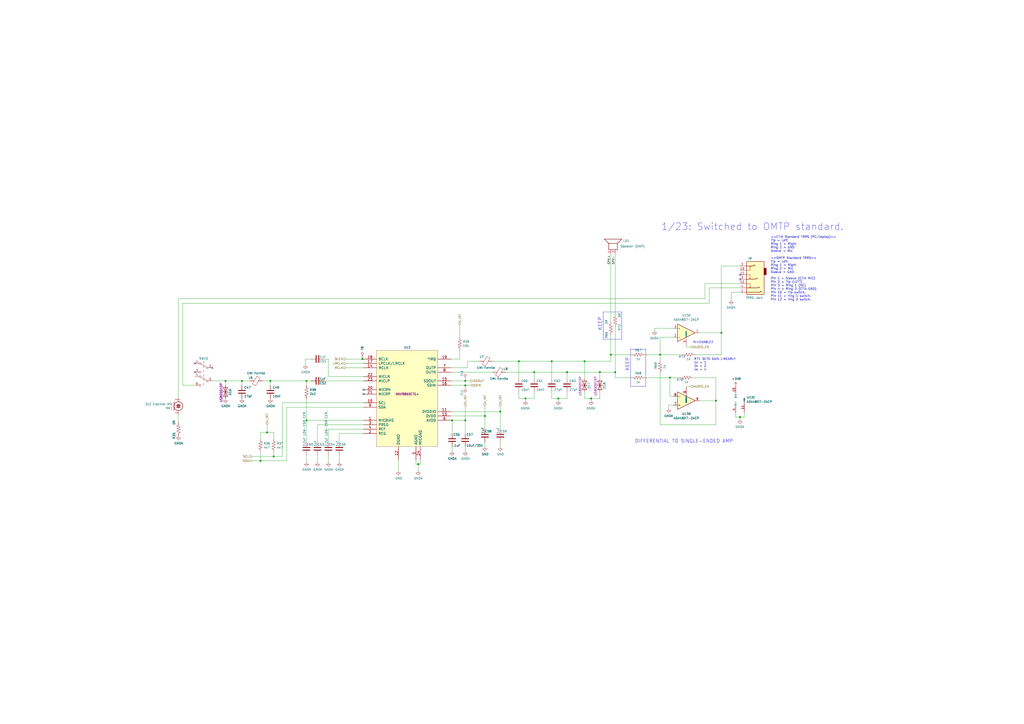
<source format=kicad_sch>
(kicad_sch (version 20230121) (generator eeschema)
  (paper "A2")
  (title_block (title "RCP 4G AUDIO CODEC AND I/O"))
  (lib_symbols
    (symbol "Amplifier_Operational:ADA4807-2ACP" (pin_names (offset 0.127))
      (property "Reference" "U" (at 3.81 5.08 0))
      (property "Value" "ADA4807-2ACP" (at 3.81 -5.08 0))
      (symbol "ADA4807-2ACP_1_1"
        (polyline (pts (xy -5.08 5.08) (xy 5.08 0) (xy -5.08 -5.08) (xy -5.08 5.08)) (stroke (width 0.254)) (fill (type background)))
        (pin output line (at 7.62 0 180) (length 2.54) (name "~") (number "1"))
        (pin input line (at -7.62 -2.54 0) (length 2.54) (name "-") (number "2"))
        (pin input line (at -7.62 2.54 0) (length 2.54) (name "+") (number "3"))
        (pin input line (at 0 -7.62 90) (length 5.08) (name "~{DISABLE1}") (number "5"))
      )
      (symbol "ADA4807-2ACP_2_1"
        (polyline (pts (xy -5.08 5.08) (xy 5.08 0) (xy -5.08 -5.08) (xy -5.08 5.08)) (stroke (width 0.254)) (fill (type background)))
        (pin input line (at 0 -7.62 90) (length 5.08) (name "~{DISABLE2}") (number "6"))
        (pin input line (at -7.62 2.54 0) (length 2.54) (name "+") (number "7"))
        (pin input line (at -7.62 -2.54 0) (length 2.54) (name "-") (number "8"))
        (pin output line (at 7.62 0 180) (length 2.54) (name "~") (number "9"))
      )
      (symbol "ADA4807-2ACP_3_1"
        (pin power_in line (at -2.54 7.62 270) (length 3.81) (name "V+") (number "10"))
        (pin power_in line (at 2.54 -7.62 90) (length 6.35) (name "EPAD") (number "11"))
        (pin power_in line (at -2.54 -7.62 90) (length 3.81) (name "V-") (number "4"))
      )
    )
    (symbol "Connector:TestPoint_Alt" (pin_numbers hide) (pin_names (offset 0.762) hide)
      (property "Reference" "TP" (at 0 6.858 0))
      (property "Value" "TestPoint_Alt" (at 0 5.08 0))
      (symbol "TestPoint_Alt_0_1"
        (polyline (pts (xy 0 2.54) (xy -0.762 3.302) (xy 0 4.064) (xy 0.762 3.302) (xy 0 2.54)))
      )
      (symbol "TestPoint_Alt_1_1"
        (pin passive line (at 0 0 90) (length 2.54) (name "1") (number "1"))
      )
    )
    (symbol "Device:C" (pin_numbers hide) (pin_names (offset 0.254))
      (property "Reference" "C" (at 0.635 2.54 0))
      (property "Value" "C" (at 0.635 -2.54 0))
      (symbol "C_0_1"
        (polyline (pts (xy -2.032 -0.762) (xy 2.032 -0.762)) (stroke (width 0.508)))
        (polyline (pts (xy -2.032 0.762) (xy 2.032 0.762)) (stroke (width 0.508)))
      )
      (symbol "C_1_1"
        (pin passive line (at 0 3.81 270) (length 2.794) (name "~") (number "1"))
        (pin passive line (at 0 -3.81 90) (length 2.794) (name "~") (number "2"))
      )
    )
    (symbol "Device:D_TVS" (pin_numbers hide) (pin_names (offset 1.016) hide)
      (property "Reference" "D" (at 0 2.54 0))
      (property "Value" "D_TVS" (at 0 -2.54 0))
      (symbol "D_TVS_0_1"
        (polyline (pts (xy 1.27 0) (xy -1.27 0)))
        (polyline (pts (xy 0.508 1.27) (xy 0 1.27) (xy 0 -1.27) (xy -0.508 -1.27)) (stroke (width 0.254)))
        (polyline (pts (xy -2.54 1.27) (xy -2.54 -1.27) (xy 2.54 1.27) (xy 2.54 -1.27) (xy -2.54 1.27)) (stroke (width 0.254)))
      )
      (symbol "D_TVS_1_1"
        (pin passive line (at -3.81 0 0) (length 2.54) (name "A1") (number "1"))
        (pin passive line (at 3.81 0 180) (length 2.54) (name "A2") (number "2"))
      )
    )
    (symbol "Device:Ferrite_Bead" (pin_numbers hide) (pin_names (offset 0))
      (property "Reference" "FB" (at -3.81 0.635 90))
      (property "Value" "Device_Ferrite_Bead" (at 3.81 0 90))
      (symbol "Ferrite_Bead_0_1"
        (polyline (pts (xy 0 -1.27) (xy 0 -1.2192)))
        (polyline (pts (xy 0 1.27) (xy 0 1.2954)))
        (polyline (pts (xy -2.7686 0.4064) (xy -1.7018 2.2606) (xy 2.7686 -0.3048) (xy 1.6764 -2.159) (xy -2.7686 0.4064)))
      )
      (symbol "Ferrite_Bead_1_1"
        (pin passive line (at 0 3.81 270) (length 2.54) (name "~") (number "1"))
        (pin passive line (at 0 -3.81 90) (length 2.54) (name "~") (number "2"))
      )
    )
    (symbol "Device:Microphone_Condenser" (pin_names (offset 0.0254) hide)
      (property "Reference" "MK" (at -3.302 1.27 0))
      (property "Value" "Microphone_Condenser" (at -3.302 -0.635 0))
      (symbol "Microphone_Condenser_0_1"
        (polyline (pts (xy -2.54 2.54) (xy -2.54 -2.54)) (stroke (width 0.254)))
        (polyline (pts (xy 0 -0.762) (xy 0 -1.524)))
        (polyline (pts (xy 0 0.762) (xy 0 1.524)))
        (polyline (pts (xy 0.254 3.81) (xy 0.762 3.81)))
        (polyline (pts (xy 0.508 4.064) (xy 0.508 3.556)))
        (circle (center 0 0) (radius 2.54) (stroke (width 0.254)))
        (rectangle (start 1.016 -0.254) (end -1.016 -0.762) (fill (type outline)))
        (rectangle (start 1.016 0.762) (end -1.016 0.254) (fill (type outline)))
      )
      (symbol "Microphone_Condenser_1_1"
        (pin passive line (at 0 -5.08 90) (length 2.54) (name "-") (number "1"))
        (pin passive line (at 0 5.08 270) (length 2.54) (name "+") (number "2"))
      )
    )
    (symbol "Device:R_US" (pin_numbers hide) (pin_names (offset 0))
      (property "Reference" "R" (at 2.54 0 90))
      (property "Value" "R_US" (at -2.54 0 90))
      (symbol "R_US_0_1"
        (polyline (pts (xy 0 -2.286) (xy 0 -2.54)))
        (polyline (pts (xy 0 2.286) (xy 0 2.54)))
        (polyline (pts (xy 0 -0.762) (xy 1.016 -1.143) (xy 0 -1.524) (xy -1.016 -1.905) (xy 0 -2.286)))
        (polyline (pts (xy 0 0.762) (xy 1.016 0.381) (xy 0 0) (xy -1.016 -0.381) (xy 0 -0.762)))
        (polyline (pts (xy 0 2.286) (xy 1.016 1.905) (xy 0 1.524) (xy -1.016 1.143) (xy 0 0.762)))
      )
      (symbol "R_US_1_1"
        (pin passive line (at 0 3.81 270) (length 1.27) (name "~") (number "1"))
        (pin passive line (at 0 -3.81 90) (length 1.27) (name "~") (number "2"))
      )
    )
    (symbol "Device:Speaker" (pin_names (offset 0) hide)
      (property "Reference" "LS" (at 1.27 5.715 0))
      (property "Value" "Speaker" (at 1.27 3.81 0))
      (symbol "Speaker_0_0"
        (rectangle (start -2.54 1.27) (end 1.016 -3.81) (stroke (width 0.254)))
        (polyline (pts (xy 1.016 1.27) (xy 3.556 3.81) (xy 3.556 -6.35) (xy 1.016 -3.81)) (stroke (width 0.254)))
      )
      (symbol "Speaker_1_1"
        (pin input line (at -5.08 0 0) (length 2.54) (name "1") (number "1"))
        (pin input line (at -5.08 -2.54 0) (length 2.54) (name "2") (number "2"))
      )
    )
    (symbol "MyLibrary:AudioJack_TRRS_3Switch" (pin_names (offset 1.016))
      (property "Reference" "J" (at 0 10.16 0))
      (symbol "AudioJack_TRRS_3Switch_0_1"
        (polyline (pts (xy 3.81 0) (xy 0 0)) (stroke (width 0.254)))
        (polyline (pts (xy 3.81 7.62) (xy -2.54 7.62)) (stroke (width 0.254)))
        (rectangle (start 3.81 -7.62) (end 1.27 -7.62) (stroke (width 0.254)))
        (rectangle (start 3.81 5.08) (end -1.27 5.08) (stroke (width 0.254)))
      )
      (symbol "AudioJack_TRRS_3Switch_1_1"
        (rectangle (start -6.35 -2.54) (end -7.62 -6.35) (stroke (width 0.254)) (fill (type outline)))
        (polyline (pts (xy 1.778 -7.366) (xy 2.032 -6.858)))
        (polyline (pts (xy 1.778 -0.254) (xy 2.032 -0.762)))
        (polyline (pts (xy 1.778 4.826) (xy 2.032 4.318)))
        (polyline (pts (xy 3.81 5.08) (xy 5.08 5.08)))
        (polyline (pts (xy 5.08 -7.62) (xy 3.81 -7.62)))
        (polyline (pts (xy 5.08 0) (xy 3.81 0)))
        (polyline (pts (xy 5.08 7.62) (xy 3.81 7.62)))
        (polyline (pts (xy -5.08 7.62) (xy -4.445 6.985) (xy -3.81 7.62) (xy -2.54 7.62)) (stroke (width 0.254)))
        (polyline (pts (xy -3.81 5.08) (xy -3.175 4.445) (xy -2.54 5.08) (xy -1.27 5.08)) (stroke (width 0.254)))
        (polyline (pts (xy -2.54 0) (xy -1.905 -0.635) (xy -1.27 0) (xy 0 0)) (stroke (width 0.254)))
        (polyline (pts (xy -1.27 -7.62) (xy -0.635 -8.255) (xy 0 -7.62) (xy 1.27 -7.62)) (stroke (width 0.254)))
        (polyline (pts (xy 5.08 -5.08) (xy 1.778 -5.08) (xy 1.778 -7.366) (xy 1.524 -6.858)))
        (polyline (pts (xy 5.08 -2.54) (xy 1.778 -2.54) (xy 1.778 -0.254) (xy 1.524 -0.762)))
        (polyline (pts (xy 5.08 2.54) (xy 1.778 2.54) (xy 1.778 4.826) (xy 1.524 4.318)))
        (rectangle (start 3.81 8.89) (end -6.35 -10.16) (stroke (width 0.254)) (fill (type background)))
        (pin passive line (at 7.62 7.62 180) (length 2.54) (name "~") (number "1"))
        (pin passive line (at 7.62 -5.08 180) (length 2.54) (name "~") (number "10"))
        (pin passive line (at 7.62 -2.54 180) (length 2.54) (name "~") (number "11"))
        (pin passive line (at 7.62 2.54 180) (length 2.54) (name "~") (number "12"))
        (pin passive line (at 7.62 -7.62 180) (length 2.54) (name "~") (number "2"))
        (pin passive line (at 7.62 0 180) (length 2.54) (name "~") (number "3"))
        (pin passive line (at 7.62 5.08 180) (length 2.54) (name "~") (number "4"))
      )
    )
    (symbol "MyLibrary:MAX9860" (pin_names (offset 1.016))
      (property "Reference" "U" (at -15.24 26.67 0))
      (property "Value" "MyLibrary_MAX9860" (at 12.7 26.67 0))
      (symbol "MAX9860_1_1"
        (rectangle (start -17.78 25.4) (end 17.78 -30.48) (stroke (width 0.127)) (fill (type background)))
        (pin unspecified line (at -25.4 -15.24 0) (length 7.62) (name "MICBIAS") (number "1"))
        (pin input line (at -25.4 -5.08 0) (length 7.62) (name "SCL") (number "10"))
        (pin power_in line (at 25.4 -10.16 180) (length 7.62) (name "DVDDIO") (number "11"))
        (pin power_in line (at -5.08 -38.1 90) (length 7.62) (name "DGND") (number "12"))
        (pin input line (at 25.4 -12.7 180) (length 7.62) (name "DVDD") (number "13"))
        (pin input line (at -25.4 15.24 0) (length 7.62) (name "MCLK") (number "14"))
        (pin output line (at 25.4 7.62 180) (length 7.62) (name "SDOUT") (number "15"))
        (pin input line (at 25.4 5.08 180) (length 7.62) (name "SDIN") (number "16"))
        (pin input line (at -25.4 17.78 0) (length 7.62) (name "LPCLK/LRCLK") (number "17"))
        (pin input line (at -25.4 20.32 0) (length 7.62) (name "BCLK") (number "18"))
        (pin output line (at 25.4 20.32 180) (length 7.62) (name "*IRQ") (number "19"))
        (pin unspecified line (at -25.4 -22.86 0) (length 7.62) (name "REG") (number "2"))
        (pin input line (at -25.4 2.54 0) (length 7.62) (name "MICRN") (number "20"))
        (pin input line (at -25.4 0 0) (length 7.62) (name "MICRP") (number "21"))
        (pin input line (at -25.4 10.16 0) (length 7.62) (name "MICLN") (number "22"))
        (pin input line (at -25.4 7.62 0) (length 7.62) (name "MICLP") (number "23"))
        (pin power_in line (at 7.62 -38.1 90) (length 7.62) (name "MICGND") (number "24"))
        (pin unspecified line (at -25.4 -17.78 0) (length 7.62) (name "PREG") (number "3"))
        (pin unspecified line (at -25.4 -20.32 0) (length 7.62) (name "REF") (number "4"))
        (pin power_in line (at 5.08 -38.1 90) (length 7.62) (name "AGND") (number "5"))
        (pin power_in line (at 25.4 -15.24 180) (length 7.62) (name "AVDD") (number "6"))
        (pin output line (at 25.4 15.24 180) (length 7.62) (name "OUTP") (number "7"))
        (pin output line (at 25.4 12.7 180) (length 7.62) (name "OUTN") (number "8"))
        (pin bidirectional line (at -25.4 -7.62 0) (length 7.62) (name "SDA") (number "9"))
      )
    )
    (symbol "MyLibrary:SW_DPDT" (pin_names (offset 1.016))
      (property "Reference" "SW" (at -2.54 7.62 0))
      (symbol "SW_DPDT_1_1"
        (circle (center -2.032 -3.81) (radius 0.5334))
        (circle (center -2.032 3.81) (radius 0.508))
        (polyline (pts (xy -1.524 -3.429) (xy 1.524 -1.524)))
        (polyline (pts (xy -1.524 4.191) (xy 1.524 6.096)))
        (polyline (pts (xy 0 -5.08) (xy 0 -6.35)))
        (polyline (pts (xy 0 -2.54) (xy 0 -3.81)))
        (polyline (pts (xy 0 0) (xy 0 -1.27)))
        (polyline (pts (xy 0 2.54) (xy 0 1.27)))
        (polyline (pts (xy 0 5.08) (xy 0 3.81)))
        (polyline (pts (xy 0 7.62) (xy 0 6.35)))
        (circle (center 2.032 -6.35) (radius 0.5334))
        (circle (center 2.032 -1.27) (radius 0.5334))
        (circle (center 2.032 1.27) (radius 0.5334))
        (circle (center 2.032 6.35) (radius 0.5334))
        (pin input line (at 5.08 6.35 180) (length 2.54) (name "~") (number "1"))
        (pin input line (at -5.08 3.81 0) (length 2.54) (name "~") (number "2"))
        (pin input line (at 5.08 1.27 180) (length 2.54) (name "~") (number "3"))
        (pin input line (at 5.08 -1.27 180) (length 2.54) (name "~") (number "4"))
        (pin input line (at -5.08 -3.81 0) (length 2.54) (name "~") (number "5"))
        (pin input line (at 5.08 -6.35 180) (length 2.54) (name "~") (number "6"))
      )
    )
    (symbol "power:+3V8" (power) (pin_names (offset 0))
      (property "Value" "+3V8" (at 0 3.556 0))
      (symbol "+3V8_0_1"
        (polyline (pts (xy -0.762 1.27) (xy 0 2.54)))
        (polyline (pts (xy 0 0) (xy 0 2.54)))
        (polyline (pts (xy 0 2.54) (xy 0.762 1.27)))
      )
      (symbol "+3V8_1_1"
        (pin power_in line (at 0 0 90) (length 0) hide (name "+3V8") (number "1"))
      )
    )
    (symbol "power:GND" (power) (pin_names (offset 0))
      (property "Value" "GND" (at 0 -3.81 0))
      (symbol "GND_0_1"
        (polyline (pts (xy 0 0) (xy 0 -1.27) (xy 1.27 -1.27) (xy 0 -2.54) (xy -1.27 -1.27) (xy 0 -1.27)))
      )
      (symbol "GND_1_1"
        (pin power_in line (at 0 0 270) (length 0) hide (name "GND") (number "1"))
      )
    )
    (symbol "power:GNDA" (power) (pin_names (offset 0))
      (property "Value" "GNDA" (at 0 -3.81 0))
      (symbol "GNDA_0_1"
        (polyline (pts (xy 0 0) (xy 0 -1.27) (xy 1.27 -1.27) (xy 0 -2.54) (xy -1.27 -1.27) (xy 0 -1.27)))
      )
      (symbol "GNDA_1_1"
        (pin power_in line (at 0 0 270) (length 0) hide (name "GNDA") (number "1"))
      )
    )
  )
  (junction (at 356.87 215.9))
  (junction (at 429.26 241.935))
  (junction (at 269.875 243.84))
  (junction (at 309.88 215.9))
  (junction (at 242.57 269.24))
  (junction (at 320.04 209.55))
  (junction (at 418.465 193.04))
  (junction (at 323.85 231.14))
  (junction (at 304.8 231.14))
  (junction (at 130.81 220.98))
  (junction (at 154.94 250.825))
  (junction (at 415.29 232.41))
  (junction (at 158.75 264.795))
  (junction (at 140.335 220.98))
  (junction (at 388.62 219.075))
  (junction (at 281.305 241.3))
  (junction (at 269.875 223.52))
  (junction (at 151.13 267.335))
  (junction (at 328.93 215.9))
  (junction (at 177.8 220.98))
  (junction (at 339.09 209.55))
  (junction (at 210.185 208.28))
  (junction (at 262.255 243.84))
  (junction (at 177.8 243.84))
  (junction (at 290.195 238.76))
  (junction (at 300.99 209.55))
  (junction (at 382.905 205.74))
  (junction (at 269.875 220.98))
  (junction (at 342.9 231.14))
  (junction (at 156.845 220.98))
  (junction (at 354.33 205.74))
  (junction (at 347.98 215.9))
  (no_connect (at 210.82 228.6))
  (no_connect (at 210.82 226.06))
  (no_connect (at 429.26 159.385))
  (no_connect (at 113.03 210.82))
  (no_connect (at 123.19 213.36))
  (no_connect (at 113.03 215.9))
  (no_connect (at 429.26 161.925))
  (wire (pts (xy 242.57 273.05) (xy 242.57 269.24)))
  (wire (pts (xy 356.87 215.9) (xy 356.87 219.075)))
  (wire (pts (xy 262.255 243.84) (xy 261.62 243.84)))
  (wire (pts (xy 408.94 173.355) (xy 103.505 173.355)))
  (wire (pts (xy 166.37 267.335) (xy 151.13 267.335)))
  (wire (pts (xy 242.57 269.24) (xy 243.84 269.24)))
  (wire (pts (xy 429.26 243.205) (xy 429.26 241.935)))
  (wire (pts (xy 262.255 251.46) (xy 262.255 243.84)))
  (wire (pts (xy 269.875 223.52) (xy 273.05 223.52)))
  (wire (pts (xy 339.09 219.71) (xy 339.09 209.55)))
  (wire (pts (xy 200.66 208.28) (xy 210.185 208.28)))
  (wire (pts (xy 146.05 264.795) (xy 158.75 264.795)))
  (wire (pts (xy 271.145 209.55) (xy 278.13 209.55)))
  (wire (pts (xy 210.82 246.38) (xy 184.15 246.38)))
  (wire (pts (xy 401.955 219.075) (xy 415.29 219.075)))
  (wire (pts (xy 190.5 256.54) (xy 190.5 248.92)))
  (wire (pts (xy 328.93 219.71) (xy 328.93 215.9)))
  (wire (pts (xy 328.93 231.14) (xy 328.93 227.33)))
  (wire (pts (xy 418.465 154.305) (xy 418.465 193.04)))
  (wire (pts (xy 163.83 264.795) (xy 158.75 264.795)))
  (wire (pts (xy 158.75 250.825) (xy 158.75 254.635)))
  (wire (pts (xy 374.015 219.075) (xy 388.62 219.075)))
  (wire (pts (xy 269.875 261.62) (xy 269.875 259.08)))
  (wire (pts (xy 177.8 231.14) (xy 177.8 243.84)))
  (wire (pts (xy 379.73 190.5) (xy 390.525 190.5)))
  (wire (pts (xy 429.26 241.935) (xy 431.8 241.935)))
  (wire (pts (xy 366.395 205.74) (xy 354.33 205.74)))
  (wire (pts (xy 187.96 208.28) (xy 190.5 208.28)))
  (wire (pts (xy 400.685 201.295) (xy 398.145 201.295)))
  (wire (pts (xy 177.165 208.28) (xy 177.165 211.455)))
  (wire (pts (xy 354.33 147.32) (xy 354.33 186.69)))
  (wire (pts (xy 231.14 273.05) (xy 231.14 266.7)))
  (wire (pts (xy 177.8 223.52) (xy 177.8 220.98)))
  (wire (pts (xy 342.9 232.41) (xy 342.9 231.14)))
  (wire (pts (xy 309.88 215.9) (xy 328.93 215.9)))
  (wire (pts (xy 106.045 223.52) (xy 113.03 223.52)))
  (wire (pts (xy 177.8 267.97) (xy 177.8 264.16)))
  (wire (pts (xy 196.85 264.16) (xy 196.85 267.97)))
  (wire (pts (xy 177.8 256.54) (xy 177.8 243.84)))
  (wire (pts (xy 200.66 213.36) (xy 210.82 213.36)))
  (wire (pts (xy 262.255 261.62) (xy 262.255 259.08)))
  (wire (pts (xy 382.905 246.38) (xy 415.29 246.38)))
  (wire (pts (xy 166.37 236.22) (xy 166.37 267.335)))
  (wire (pts (xy 388.62 219.075) (xy 394.335 219.075)))
  (wire (pts (xy 300.99 227.33) (xy 300.99 231.14)))
  (wire (pts (xy 424.18 169.545) (xy 429.26 169.545)))
  (wire (pts (xy 424.18 173.99) (xy 424.18 169.545)))
  (wire (pts (xy 177.8 243.84) (xy 210.82 243.84)))
  (polyline (pts (xy 349.885 196.85) (xy 360.68 196.85)))
  (wire (pts (xy 411.48 167.005) (xy 411.48 175.895)))
  (wire (pts (xy 285.75 215.9) (xy 261.62 215.9)))
  (wire (pts (xy 241.3 269.24) (xy 242.57 269.24)))
  (wire (pts (xy 320.04 227.33) (xy 320.04 231.14)))
  (wire (pts (xy 261.62 223.52) (xy 269.875 223.52)))
  (wire (pts (xy 429.26 167.005) (xy 411.48 167.005)))
  (wire (pts (xy 354.33 194.31) (xy 354.33 205.74)))
  (wire (pts (xy 180.34 220.98) (xy 177.8 220.98)))
  (wire (pts (xy 210.82 251.46) (xy 196.85 251.46)))
  (wire (pts (xy 304.8 231.14) (xy 309.88 231.14)))
  (wire (pts (xy 261.62 213.36) (xy 271.145 213.36)))
  (wire (pts (xy 405.765 232.41) (xy 415.29 232.41)))
  (wire (pts (xy 156.845 220.98) (xy 177.8 220.98)))
  (wire (pts (xy 342.9 231.14) (xy 347.98 231.14)))
  (wire (pts (xy 123.19 220.98) (xy 130.81 220.98)))
  (wire (pts (xy 261.62 241.3) (xy 281.305 241.3)))
  (wire (pts (xy 398.145 201.295) (xy 398.145 200.66)))
  (polyline (pts (xy 360.68 180.975) (xy 349.885 180.975)))
  (wire (pts (xy 339.09 209.55) (xy 354.33 209.55)))
  (wire (pts (xy 387.985 234.95) (xy 390.525 234.95)))
  (wire (pts (xy 151.13 250.825) (xy 154.94 250.825)))
  (wire (pts (xy 269.875 220.98) (xy 261.62 220.98)))
  (wire (pts (xy 190.5 218.44) (xy 210.82 218.44)))
  (wire (pts (xy 323.85 232.41) (xy 323.85 231.14)))
  (wire (pts (xy 261.62 238.76) (xy 290.195 238.76)))
  (wire (pts (xy 398.145 224.155) (xy 398.145 224.79)))
  (wire (pts (xy 379.73 191.77) (xy 379.73 190.5)))
  (polyline (pts (xy 360.68 196.85) (xy 360.68 180.975)))
  (wire (pts (xy 309.88 219.71) (xy 309.88 215.9)))
  (wire (pts (xy 130.81 223.52) (xy 130.81 220.98)))
  (wire (pts (xy 103.505 173.355) (xy 103.505 230.505)))
  (wire (pts (xy 163.83 233.68) (xy 210.82 233.68)))
  (wire (pts (xy 415.29 232.41) (xy 415.29 246.38)))
  (wire (pts (xy 323.85 231.14) (xy 328.93 231.14)))
  (wire (pts (xy 293.37 215.9) (xy 309.88 215.9)))
  (wire (pts (xy 356.87 189.865) (xy 356.87 215.9)))
  (wire (pts (xy 106.045 175.895) (xy 106.045 223.52)))
  (wire (pts (xy 390.525 229.87) (xy 388.62 229.87)))
  (polyline (pts (xy 365.76 224.155) (xy 365.76 202.565)))
  (wire (pts (xy 408.94 164.465) (xy 408.94 173.355)))
  (wire (pts (xy 309.88 231.14) (xy 309.88 227.33)))
  (wire (pts (xy 429.26 164.465) (xy 408.94 164.465)))
  (wire (pts (xy 403.225 205.74) (xy 418.465 205.74)))
  (wire (pts (xy 266.7 203.2) (xy 266.7 208.28)))
  (wire (pts (xy 154.94 246.38) (xy 154.94 250.825)))
  (wire (pts (xy 200.66 210.82) (xy 210.82 210.82)))
  (wire (pts (xy 154.94 250.825) (xy 158.75 250.825)))
  (polyline (pts (xy 365.76 224.155) (xy 374.65 224.155)))
  (wire (pts (xy 426.72 241.935) (xy 426.72 239.395)))
  (wire (pts (xy 382.905 205.74) (xy 382.905 208.915)))
  (wire (pts (xy 387.985 236.855) (xy 387.985 234.95)))
  (wire (pts (xy 281.305 259.08) (xy 281.305 256.54)))
  (wire (pts (xy 320.04 219.71) (xy 320.04 209.55)))
  (wire (pts (xy 328.93 215.9) (xy 347.98 215.9)))
  (polyline (pts (xy 349.885 180.975) (xy 349.885 196.85)))
  (wire (pts (xy 158.75 264.795) (xy 158.75 262.255)))
  (wire (pts (xy 266.7 208.28) (xy 261.62 208.28)))
  (wire (pts (xy 151.13 262.255) (xy 151.13 267.335)))
  (polyline (pts (xy 374.65 202.565) (xy 374.65 224.155)))
  (wire (pts (xy 290.195 248.92) (xy 290.195 238.76)))
  (wire (pts (xy 300.99 219.71) (xy 300.99 209.55)))
  (wire (pts (xy 166.37 236.22) (xy 210.82 236.22)))
  (wire (pts (xy 431.8 241.935) (xy 431.8 239.395)))
  (wire (pts (xy 354.33 205.74) (xy 354.33 209.55)))
  (wire (pts (xy 269.875 251.46) (xy 269.875 243.84)))
  (wire (pts (xy 356.87 219.075) (xy 366.395 219.075)))
  (wire (pts (xy 243.84 269.24) (xy 243.84 266.7)))
  (wire (pts (xy 269.875 235.585) (xy 269.875 243.84)))
  (wire (pts (xy 130.81 220.98) (xy 140.335 220.98)))
  (wire (pts (xy 184.15 246.38) (xy 184.15 256.54)))
  (wire (pts (xy 290.195 259.08) (xy 290.195 256.54)))
  (polyline (pts (xy 365.76 202.565) (xy 374.65 202.565)))
  (wire (pts (xy 177.165 208.28) (xy 180.34 208.28)))
  (wire (pts (xy 382.905 195.58) (xy 390.525 195.58)))
  (wire (pts (xy 210.185 208.28) (xy 210.82 208.28)))
  (wire (pts (xy 281.305 235.585) (xy 281.305 241.3)))
  (wire (pts (xy 300.99 231.14) (xy 304.8 231.14)))
  (wire (pts (xy 146.05 267.335) (xy 151.13 267.335)))
  (wire (pts (xy 320.04 231.14) (xy 323.85 231.14)))
  (wire (pts (xy 281.305 248.92) (xy 281.305 241.3)))
  (wire (pts (xy 156.845 223.52) (xy 156.845 220.98)))
  (wire (pts (xy 273.05 220.98) (xy 269.875 220.98)))
  (wire (pts (xy 339.09 227.33) (xy 339.09 231.14)))
  (wire (pts (xy 196.85 251.46) (xy 196.85 256.54)))
  (wire (pts (xy 388.62 229.87) (xy 388.62 219.075)))
  (wire (pts (xy 140.335 223.52) (xy 140.335 220.98)))
  (wire (pts (xy 190.5 248.92) (xy 210.82 248.92)))
  (wire (pts (xy 347.98 215.9) (xy 356.87 215.9)))
  (wire (pts (xy 382.905 195.58) (xy 382.905 205.74)))
  (wire (pts (xy 347.98 231.14) (xy 347.98 227.33)))
  (wire (pts (xy 356.87 147.32) (xy 356.87 182.245)))
  (wire (pts (xy 210.82 220.98) (xy 187.96 220.98)))
  (wire (pts (xy 151.13 254.635) (xy 151.13 250.825)))
  (wire (pts (xy 374.015 205.74) (xy 382.905 205.74)))
  (wire (pts (xy 405.765 193.04) (xy 418.465 193.04)))
  (wire (pts (xy 300.99 209.55) (xy 320.04 209.55)))
  (wire (pts (xy 429.26 241.935) (xy 426.72 241.935)))
  (wire (pts (xy 190.5 264.16) (xy 190.5 267.97)))
  (wire (pts (xy 347.98 219.71) (xy 347.98 215.9)))
  (wire (pts (xy 418.465 193.04) (xy 418.465 205.74)))
  (wire (pts (xy 290.195 235.585) (xy 290.195 238.76)))
  (wire (pts (xy 271.145 213.36) (xy 271.145 209.55)))
  (wire (pts (xy 241.3 266.7) (xy 241.3 269.24)))
  (wire (pts (xy 418.465 154.305) (xy 429.26 154.305)))
  (wire (pts (xy 190.5 208.28) (xy 190.5 218.44)))
  (wire (pts (xy 163.83 233.68) (xy 163.83 264.795)))
  (wire (pts (xy 184.15 267.97) (xy 184.15 264.16)))
  (wire (pts (xy 304.8 232.41) (xy 304.8 231.14)))
  (wire (pts (xy 285.75 209.55) (xy 300.99 209.55)))
  (wire (pts (xy 382.905 205.74) (xy 395.605 205.74)))
  (wire (pts (xy 152.4 220.98) (xy 156.845 220.98)))
  (wire (pts (xy 266.7 188.595) (xy 266.7 195.58)))
  (wire (pts (xy 415.29 219.075) (xy 415.29 232.41)))
  (wire (pts (xy 103.505 240.665) (xy 103.505 245.11)))
  (wire (pts (xy 144.78 220.98) (xy 140.335 220.98)))
  (wire (pts (xy 339.09 231.14) (xy 342.9 231.14)))
  (wire (pts (xy 400.685 224.155) (xy 398.145 224.155)))
  (wire (pts (xy 320.04 209.55) (xy 339.09 209.55)))
  (wire (pts (xy 411.48 175.895) (xy 106.045 175.895)))
  (wire (pts (xy 262.255 243.84) (xy 269.875 243.84)))
  (wire (pts (xy 382.905 216.535) (xy 382.905 246.38)))
  (text "KEEP" (at 365.125 215.265 90) (effects (font (size 2 2)) (justify left bottom)))
  (text "R71 SETS GAIN LINEARLY\n1k = 1\n2k = 2\n4k = 4" (at 402.59 215.265 0) (effects (font (size 1.27 1.27)) (justify left bottom)))
  (text "DIFFERENTIAL TO SINGLE-ENDED AMP" (at 368.3 257.175 0) (effects (font (size 2 2)) (justify left bottom)))
  (text "KEEP" (at 349.25 191.77 90) (effects (font (size 2 2)) (justify left bottom)))
  (text "Pin 1 = Sleeve (CTIA MIC)\nPin 2 = Tip (LEFT)\nPin 3 = Ring 1 (NC)\nPin 4 = Ring 2 (CTIA GND)\nPin 10 = Tip switch.\nPin 11 = ring 1 switch.\nPin 12 = ring 2 switch.\n" (at 447.04 174.625 0) (effects (font (size 1.27 1.27)) (justify left bottom)))
  (text "HI=ENABLE?" (at 401.955 199.39 0) (effects (font (size 1.27 1.27)) (justify left bottom)))
  (text "==CTIA Standard TRRS (PC/laptop)== \nTip = Left\nRing 1 = Right\nRing 2 = GND\nSleeve = Mic\n\n==OMTP Standard TRRS== \nTip = Left\nRing 1 = Right\nRing 2 = Mic\nSleeve = GND" (at 447.04 158.75 0) (effects (font (size 1.27 1.27)) (justify left bottom)))
  (text "1/23: Switched to OMTP standard." (at 383.54 133.985 0) (effects (font (size 4 4)) (justify left bottom)))
  (label "SPK-" (at 356.87 147.955 270))
  (label "SPK+" (at 354.33 147.955 270))
  (hierarchical_label "AUDIO_EN" (shape input) (at 400.685 224.155 0))
  (hierarchical_label "SDA" (shape bidirectional) (at 146.05 267.335 180))
  (hierarchical_label "V_INT" (shape input) (at 154.94 246.38 90))
  (hierarchical_label "BLCK" (shape input) (at 200.66 208.28 180))
  (hierarchical_label "SDOUT" (shape output) (at 273.05 220.98 0))
  (hierarchical_label "V_INT" (shape input) (at 269.875 235.585 90))
  (hierarchical_label "V_INT" (shape input) (at 266.7 188.595 90))
  (hierarchical_label "SDIN" (shape input) (at 273.05 223.52 0))
  (hierarchical_label "MCLK" (shape input) (at 200.66 213.36 180))
  (hierarchical_label "AUDIO_EN" (shape input) (at 400.685 201.295 0))
  (hierarchical_label "V_INT" (shape input) (at 290.195 235.585 90))
  (hierarchical_label "V_INT" (shape input) (at 281.305 235.585 90))
  (hierarchical_label "SCL" (shape input) (at 146.05 264.795 180))
  (hierarchical_label "LRCLK" (shape input) (at 200.66 210.82 180))
  (symbol (lib_id "MyLibrary:MAX9860") (at 236.22 228.6 0) (unit 1)
    (property "Reference" "U12" (at 236.22 201.549 0))
    (property "Value" "MAX9860 CODEC" (effects hide))
    (property "Footprint" "MyFootprints:WQFN-24-1EP_4x4mm_P0.5mm_EP2.7x2.7mm" (effects hide))
    (property "Mfg. Name" "Maxim" (effects hide))
    (property "Mfg. Part No." "MAX9860ETG+" (at 236.22 228.6 0))
  )
  (symbol (lib_id "Device:C") (at 140.335 227.33 0) (unit 1)
    (property "Reference" "C47" (at 141.605 224.79 0) (effects (justify left)))
    (property "Value" "27pF" (at 141.605 229.87 0) (effects (justify left)))
    (property "Footprint" "Capacitor_SMD:C_0603_1608Metric" (effects hide))
    (property "Mfg. Name" "Kemet" (effects hide))
    (property "Mfg. Part No." "C0603C270J5GACTU" (effects hide))
  )
  (symbol (lib_id "Device:C") (at 156.845 227.33 0) (unit 1)
    (property "Reference" "C49" (at 158.115 224.79 0) (effects (justify left)))
    (property "Value" "10nF" (at 158.115 229.87 0) (effects (justify left)))
    (property "Footprint" "Capacitor_SMD:C_0603_1608Metric" (effects hide))
    (property "Mfg. Name" "Walsin" (effects hide))
    (property "Mfg. Part No." "0603B103K500CT" (effects hide))
  )
  (symbol (lib_id "Device:C") (at 300.99 223.52 0) (unit 1)
    (property "Reference" "C60" (at 302.26 220.98 0) (effects (justify left)))
    (property "Value" "10nF" (at 302.26 226.06 0) (effects (justify left)))
    (property "Footprint" "Capacitor_SMD:C_0603_1608Metric" (effects hide))
    (property "Mfg. Name" "Walsin" (effects hide))
    (property "Mfg. Part No." "0603B103K500CT" (effects hide))
  )
  (symbol (lib_id "Device:C") (at 309.88 223.52 0) (unit 1)
    (property "Reference" "C61" (at 311.15 220.98 0) (effects (justify left)))
    (property "Value" "10nF" (at 311.15 226.06 0) (effects (justify left)))
    (property "Footprint" "Capacitor_SMD:C_0603_1608Metric" (effects hide))
    (property "Mfg. Name" "Walsin" (effects hide))
    (property "Mfg. Part No." "0603B103K500CT" (effects hide))
  )
  (symbol (lib_id "Device:C") (at 320.04 223.52 0) (unit 1)
    (property "Reference" "C62" (at 321.31 220.98 0) (effects (justify left)))
    (property "Value" "27pF" (at 321.31 226.06 0) (effects (justify left)))
    (property "Footprint" "Capacitor_SMD:C_0603_1608Metric" (effects hide))
    (property "Mfg. Name" "Kemet" (effects hide))
    (property "Mfg. Part No." "C0603C270J5GACTU" (effects hide))
  )
  (symbol (lib_id "Device:C") (at 328.93 223.52 0) (unit 1)
    (property "Reference" "C63" (at 330.2 220.98 0) (effects (justify left)))
    (property "Value" "27pF" (at 330.2 226.06 0) (effects (justify left)))
    (property "Footprint" "Capacitor_SMD:C_0603_1608Metric" (effects hide))
    (property "Mfg. Name" "Kemet" (effects hide))
    (property "Mfg. Part No." "C0603C270J5GACTU" (effects hide))
  )
  (symbol (lib_id "Device:Ferrite_Bead") (at 148.59 220.98 270) (unit 1)
    (property "Reference" "L6" (at 145.415 219.075 90))
    (property "Value" "EMI Ferrite" (at 148.59 216.535 90))
    (property "Footprint" "Inductor_SMD:L_0402_1005Metric" (effects hide))
    (property "Mfg. Name" "Murata" (effects hide))
    (property "Mfg. Part No." "BLM15HD182SN1D" (effects hide))
  )
  (symbol (lib_id "Device:Ferrite_Bead") (at 281.94 209.55 270) (unit 1)
    (property "Reference" "L7" (at 279.4 207.01 90))
    (property "Value" "EMI Ferrite" (at 281.94 213.36 90))
    (property "Footprint" "Inductor_SMD:L_0402_1005Metric" (effects hide))
    (property "Mfg. Name" "Murata" (effects hide))
    (property "Mfg. Part No." "BLM15HD182SN1D" (effects hide))
  )
  (symbol (lib_id "Device:Ferrite_Bead") (at 289.56 215.9 270) (unit 1)
    (property "Reference" "L8" (at 293.37 213.995 90))
    (property "Value" "EMI Ferrite" (at 289.56 219.71 90))
    (property "Footprint" "Inductor_SMD:L_0402_1005Metric" (effects hide))
    (property "Mfg. Name" "Murata" (effects hide))
    (property "Mfg. Part No." "BLM15HD182SN1D" (effects hide))
  )
  (symbol (lib_id "Device:C") (at 190.5 260.35 0) (unit 1)
    (property "Reference" "C54" (at 190.5 257.81 0) (effects (justify left)))
    (property "Value" "2.2uF LOW-ESR CER." (at 189.23 259.08 90) (effects (justify left)))
    (property "Footprint" "Capacitor_SMD:C_0603_1608Metric" (effects hide))
    (property "Mfg. Name" "Kemet" (effects hide))
    (property "Mfg. Part No." "C0603C225K9PACTU" (effects hide))
  )
  (symbol (lib_id "Device:C") (at 196.85 260.35 0) (unit 1)
    (property "Reference" "C55" (at 196.85 257.81 0) (effects (justify left)))
    (property "Value" "1uF" (at 195.58 259.08 90) (effects (justify left)))
    (property "Footprint" "Capacitor_SMD:C_0402_1005Metric" (effects hide))
    (property "Mfg. Name" "Kemet" (effects hide))
    (property "Mfg. Part No." "C0402C105K9PACTU" (effects hide))
  )
  (symbol (lib_id "Device:C") (at 184.15 208.28 270) (unit 1)
    (property "Reference" "C51" (at 185.42 209.55 90) (effects (justify left)))
    (property "Value" "1uF" (at 185.42 207.01 90) (effects (justify left)))
    (property "Footprint" "Capacitor_SMD:C_0402_1005Metric" (effects hide))
    (property "Mfg. Name" "Kemet" (effects hide))
    (property "Mfg. Part No." "C0402C105K9PACTU" (effects hide))
  )
  (symbol (lib_id "Device:C") (at 184.15 220.98 270) (unit 1)
    (property "Reference" "C52" (at 185.42 222.25 90) (effects (justify left)))
    (property "Value" "1uF" (at 185.42 219.71 90) (effects (justify left)))
    (property "Footprint" "Capacitor_SMD:C_0402_1005Metric" (effects hide))
    (property "Mfg. Name" "Kemet" (effects hide))
    (property "Mfg. Part No." "C0402C105K9PACTU" (effects hide))
  )
  (symbol (lib_id "Device:C") (at 290.195 252.73 0) (unit 1)
    (property "Reference" "C59" (at 290.195 250.19 0) (effects (justify left)))
    (property "Value" "1uF" (at 288.925 251.46 90) (effects (justify left)))
    (property "Footprint" "Capacitor_SMD:C_0402_1005Metric" (effects hide))
    (property "Mfg. Name" "Kemet" (effects hide))
    (property "Mfg. Part No." "C0402C105K9PACTU" (effects hide))
  )
  (symbol (lib_id "Device:C") (at 281.305 252.73 0) (unit 1)
    (property "Reference" "C58" (at 281.305 250.19 0) (effects (justify left)))
    (property "Value" "1uF" (at 280.035 251.46 90) (effects (justify left)))
    (property "Footprint" "Capacitor_SMD:C_0402_1005Metric" (effects hide))
    (property "Mfg. Name" "Kemet" (effects hide))
    (property "Mfg. Part No." "C0402C105K9PACTU" (effects hide))
  )
  (symbol (lib_id "Device:R_US") (at 266.7 199.39 0) (unit 1)
    (property "Reference" "R39" (at 268.4272 198.2216 0) (effects (justify left)))
    (property "Value" "10k" (at 268.4272 200.533 0) (effects (justify left)))
    (property "Footprint" "Resistor_SMD:R_0603_1608Metric" (effects hide))
    (property "Mfg. Name" "TE" (effects hide))
    (property "Mfg. Part No." "CRG0603F10K/10" (effects hide))
  )
  (symbol (lib_id "Device:R_US") (at 158.75 258.445 0) (unit 1)
    (property "Reference" "R37" (at 160.4772 257.2766 0) (effects (justify left)))
    (property "Value" "4k7" (at 160.4772 259.588 0) (effects (justify left)))
    (property "Footprint" "Resistor_SMD:R_0603_1608Metric" (effects hide))
    (property "Mfg. Name" "TE" (effects hide))
    (property "Mfg. Part No." "CRG0603F4K7" (effects hide))
  )
  (symbol (lib_id "Device:R_US") (at 151.13 258.445 0) (unit 1)
    (property "Reference" "R36" (at 152.8572 257.2766 0) (effects (justify left)))
    (property "Value" "4k7" (at 152.8572 259.588 0) (effects (justify left)))
    (property "Footprint" "Resistor_SMD:R_0603_1608Metric" (effects hide))
    (property "Mfg. Name" "TE" (effects hide))
    (property "Mfg. Part No." "CRG0603F4K7" (effects hide))
  )
  (symbol (lib_id "power:GNDA") (at 242.57 273.05 0) (unit 1)
    (property "Reference" "#PWR0196" (effects hide))
    (property "Value" "GNDA" (at 242.697 277.4442 0))
  )
  (symbol (lib_id "power:GND") (at 231.14 273.05 0) (unit 1)
    (property "Reference" "#PWR0197" (effects hide))
    (property "Value" "GND" (at 231.267 277.4442 0))
  )
  (symbol (lib_id "power:GND") (at 290.195 259.08 0) (unit 1)
    (property "Reference" "#PWR0198" (effects hide))
    (property "Value" "GND" (at 290.322 263.4742 0))
  )
  (symbol (lib_id "power:GND") (at 281.305 259.08 0) (unit 1)
    (property "Reference" "#PWR0199" (effects hide))
    (property "Value" "GND" (at 281.432 263.4742 0))
  )
  (symbol (lib_id "Device:C") (at 269.875 255.27 0) (unit 1)
    (property "Reference" "C57" (at 270.51 252.095 0) (effects (justify left)))
    (property "Value" "10uF/35V" (at 270.51 258.445 0) (effects (justify left)))
    (property "Footprint" "Resistor_SMD:R_1206_3216Metric" (effects hide))
    (property "Mfg. Name" "TDK" (effects hide))
    (property "Mfg. Part No." "CGA5L1X7R1V106K160AC" (effects hide))
  )
  (symbol (lib_id "Device:C") (at 262.255 255.27 0) (unit 1)
    (property "Reference" "C56" (at 262.89 252.095 0) (effects (justify left)))
    (property "Value" ".1uF" (at 262.89 258.445 0) (effects (justify left)))
    (property "Footprint" "Capacitor_SMD:C_0603_1608Metric" (effects hide))
    (property "Mfg. Name" "Walsin" (effects hide))
    (property "Mfg. Part No." "0603B104K250CT" (effects hide))
  )
  (symbol (lib_id "Device:C") (at 184.15 260.35 0) (unit 1)
    (property "Reference" "C53" (at 184.15 257.81 0) (effects (justify left)))
    (property "Value" "1uF" (at 182.88 259.08 90) (effects (justify left)))
    (property "Footprint" "Capacitor_SMD:C_0402_1005Metric" (effects hide))
    (property "Mfg. Name" "Kemet" (effects hide))
    (property "Mfg. Part No." "C0402C105K9PACTU" (effects hide))
  )
  (symbol (lib_id "power:GNDA") (at 196.85 267.97 0) (unit 1)
    (property "Reference" "#PWR0202" (effects hide))
    (property "Value" "GNDA" (at 196.977 272.3642 0))
  )
  (symbol (lib_id "power:GNDA") (at 190.5 267.97 0) (unit 1)
    (property "Reference" "#PWR0203" (effects hide))
    (property "Value" "GNDA" (at 190.627 272.3642 0))
  )
  (symbol (lib_id "power:GNDA") (at 184.15 267.97 0) (unit 1)
    (property "Reference" "#PWR0204" (effects hide))
    (property "Value" "GNDA" (at 184.277 272.3642 0))
  )
  (symbol (lib_id "Device:C") (at 177.8 260.35 0) (unit 1)
    (property "Reference" "C50" (at 177.8 257.81 0) (effects (justify left)))
    (property "Value" "2.2uF LOW-ESR CER." (at 176.53 259.08 90) (effects (justify left)))
    (property "Footprint" "Capacitor_SMD:C_0603_1608Metric" (effects hide))
    (property "Mfg. Name" "Kemet" (effects hide))
    (property "Mfg. Part No." "C0603C225K9PACTU" (effects hide))
  )
  (symbol (lib_id "power:GNDA") (at 177.8 267.97 0) (unit 1)
    (property "Reference" "#PWR0205" (effects hide))
    (property "Value" "GNDA" (at 177.927 272.3642 0))
  )
  (symbol (lib_id "Device:R_US") (at 177.8 227.33 0) (unit 1)
    (property "Reference" "R38" (at 179.5272 226.1616 0) (effects (justify left)))
    (property "Value" "2k2" (at 179.5272 228.473 0) (effects (justify left)))
    (property "Footprint" "Resistor_SMD:R_0402_1005Metric" (effects hide))
    (property "Mfg. Name" "TE" (effects hide))
    (property "Mfg. Part No." "CRGCQ0402J2K2" (effects hide))
  )
  (symbol (lib_id "Device:Microphone_Condenser") (at 103.505 235.585 0) (unit 1)
    (property "Reference" "MK1" (at 100.203 236.7534 0) (effects (justify right)))
    (property "Value" "2k2 Electret Mic" (at 100.203 234.442 0) (effects (justify right)))
    (property "Footprint" "MyFootprints:Microphone_PUI_POM-2738P-R" (effects hide))
    (property "Datasheet" "http://www.puiaudio.com/pdf/POM-2738P-R.pdf" (effects hide))
    (property "Mfg. Name" "PUI Audio" (effects hide))
    (property "Mfg. Part No." "POM-2738P-R" (effects hide))
  )
  (symbol (lib_id "power:GNDA") (at 156.845 231.14 0) (unit 1)
    (property "Reference" "#PWR0208" (effects hide))
    (property "Value" "GNDA" (at 156.972 235.5342 0))
  )
  (symbol (lib_id "power:GNDA") (at 140.335 231.14 0) (unit 1)
    (property "Reference" "#PWR0209" (effects hide))
    (property "Value" "GNDA" (at 140.462 235.5342 0))
  )
  (symbol (lib_id "power:GNDA") (at 130.81 231.14 0) (unit 1)
    (property "Reference" "#PWR0210" (effects hide))
    (property "Value" "GNDA" (at 130.937 235.5342 0))
  )
  (symbol (lib_id "Device:Speaker") (at 354.33 142.24 90) (unit 1) (in_bom no)
    (property "Reference" "LS1" (at 365.125 139.7 90) (effects (justify left)))
    (property "Value" "Speaker (DNP)" (at 374.015 142.875 90) (effects (justify left)))
    (property "Footprint" "MyFootprints:Speaker_PUI_AR01232MS-SC12-WP-R" (effects hide))
    (property "Datasheet" "http://www.puiaudio.com/pdf/AR01232MS-SC12-WP-R.pdf" (effects hide))
    (property "Mfg. Name" "PUI Audio" (effects hide))
    (property "Mfg. Part No." "AR01232MS-SC12-WP-R" (effects hide))
  )
  (symbol (lib_id "power:GNDA") (at 304.8 232.41 0) (mirror y) (unit 1)
    (property "Reference" "#PWR0211" (effects hide))
    (property "Value" "GNDA" (at 304.673 236.8042 0))
  )
  (symbol (lib_id "power:GNDA") (at 323.85 232.41 0) (mirror y) (unit 1)
    (property "Reference" "#PWR0212" (effects hide))
    (property "Value" "GNDA" (at 323.723 236.8042 0))
  )
  (symbol (lib_id "power:GNDA") (at 342.9 232.41 0) (mirror y) (unit 1)
    (property "Reference" "#PWR0213" (effects hide))
    (property "Value" "GNDA" (at 342.773 236.8042 0))
  )
  (symbol (lib_id "MyLibrary:SW_DPDT") (at 118.11 217.17 0) (mirror y) (unit 1)
    (property "Reference" "SW10" (at 118.11 207.9244 0))
    (property "Value" "Mic Switch DPDT" (effects hide))
    (property "Footprint" "MyFootprints:Switch_DPDT_Nidec_CL-SB-22C-XX" (effects hide))
    (property "Mfg. Name" "Nidec Copal" (effects hide))
    (property "Mfg. Part No." "CL-SB-22C-11" (effects hide))
  )
  (symbol (lib_id "MyLibrary:AudioJack_TRRS_3Switch") (at 436.88 161.925 180) (unit 1)
    (property "Reference" "J8" (at 433.705 149.86 0) (effects (justify right)))
    (property "Value" "TRRS Jack" (at 437.515 172.72 0))
    (property "Footprint" "MyFootprints:AudioJack_TRRS_CUI_SJ-43617-SMT-TR" (effects hide))
    (property "Label" "TRRS JACK" (effects hide))
    (property "Mfg. Name" "CUI" (effects hide))
    (property "Mfg. Part No." "SJ-43617-SMT-TR" (effects hide))
  )
  (symbol (lib_id "Device:D_TVS") (at 347.98 223.52 270) (unit 1)
    (property "Reference" "D18" (at 350.6216 221.7166 0) (effects (justify left)))
    (property "Value" "TVS/Varistor for Audio Filtering" (effects hide))
    (property "Footprint" "Resistor_SMD:R_0603_1608Metric" (effects hide))
    (property "Mfg. Name" "AVX" (effects hide))
    (property "Mfg. Part No." "USB0001DP " (at 345.44 223.52 0))
  )
  (symbol (lib_id "Amplifier_Operational:ADA4807-2ACP") (at 429.26 231.775 0) (unit 3)
    (property "Reference" "U13" (at 433.07 230.5049 0) (effects (justify left)))
    (property "Value" "ADA4807-2ACP" (at 433.07 233.0449 0) (effects (justify left)))
    (property "Footprint" "MyFootprints:DFN-10-1EP_3x3mm_P0.5mm_EP1.55x2.48mm" (effects hide))
    (property "Datasheet" "https://www.analog.com/media/en/technical-documentation/data-sheets/ADA4807-1_4807-2_4807-4.pdf" (effects hide))
    (property "Mfg. Name" "Analog" (effects hide))
    (property "Mfg. Part No." "ADA4807-2ACPZ-R7" (effects hide))
  )
  (symbol (lib_id "power:GNDA") (at 103.505 252.73 0) (unit 1)
    (property "Reference" "#PWR0233" (effects hide))
    (property "Value" "GNDA" (at 103.632 257.1242 0))
  )
  (symbol (lib_id "power:GNDA") (at 269.875 261.62 0) (unit 1)
    (property "Reference" "#PWR0200" (effects hide))
    (property "Value" "GNDA" (at 270.002 266.0142 0))
  )
  (symbol (lib_id "power:GNDA") (at 262.255 261.62 0) (unit 1)
    (property "Reference" "#PWR0201" (effects hide))
    (property "Value" "GNDA" (at 262.382 266.0142 0))
  )
  (symbol (lib_id "Device:D_TVS") (at 339.09 223.52 270) (unit 1)
    (property "Reference" "D17" (at 341.7316 221.7166 0) (effects (justify left)))
    (property "Value" "TVS/Varistor for Audio Filtering" (effects hide))
    (property "Footprint" "Resistor_SMD:R_0603_1608Metric" (effects hide))
    (property "Mfg. Name" "AVX" (effects hide))
    (property "Mfg. Part No." "USB0001DP " (at 336.55 223.52 0))
  )
  (symbol (lib_id "power:GNDA") (at 424.18 173.99 0) (mirror y) (unit 1)
    (property "Reference" "#PWR0195" (effects hide))
    (property "Value" "GNDA" (at 424.053 178.3842 0))
  )
  (symbol (lib_id "power:GNDA") (at 379.73 191.77 0) (mirror y) (unit 1)
    (property "Reference" "#PWR09" (effects hide))
    (property "Value" "GNDA" (at 379.603 196.1642 0))
  )
  (symbol (lib_id "Connector:TestPoint_Alt") (at 210.185 208.28 0) (unit 1) (in_bom no)
    (property "Reference" "T8" (at 210.185 203.2 90) (effects (justify left)))
    (property "Value" "TestPoint_Alt" (effects hide))
    (property "Footprint" "TestPoint:TestPoint_Pad_1.0x1.0mm" (effects hide))
  )
  (symbol (lib_id "Device:R_US") (at 356.87 186.055 0) (mirror y) (unit 1)
    (property "Reference" "R72" (at 359.41 189.865 90))
    (property "Value" "0R" (at 359.41 182.88 90))
    (property "Footprint" "Resistor_SMD:R_0603_1608Metric" (effects hide))
    (property "Mfg. Name" "Bourns" (effects hide))
    (property "Mfg. Part No." "CR0603-J/-000ELF" (effects hide))
  )
  (symbol (lib_id "Device:R_US") (at 370.205 205.74 270) (mirror x) (unit 1)
    (property "Reference" "R67" (at 370.205 203.2 90))
    (property "Value" "1k" (at 370.205 208.28 90))
    (property "Footprint" "Resistor_SMD:R_0603_1608Metric" (effects hide))
    (property "Mfg. Name" "KOA" (effects hide))
    (property "Mfg. Part No." "RK73H1JTTD1001F" (effects hide))
  )
  (symbol (lib_id "power:+3V8") (at 426.72 224.155 0) (unit 1)
    (property "Reference" "#PWR011" (effects hide))
    (property "Value" "+3V8" (at 427.101 219.7608 0))
  )
  (symbol (lib_id "Device:R_US") (at 382.905 212.725 0) (mirror y) (unit 1)
    (property "Reference" "R69" (at 380.365 212.09 90))
    (property "Value" "1k" (at 385.445 212.725 90))
    (property "Footprint" "Resistor_SMD:R_0603_1608Metric" (effects hide))
    (property "Mfg. Name" "KOA" (effects hide))
    (property "Mfg. Part No." "RK73H1JTTD1001F" (effects hide))
  )
  (symbol (lib_id "Amplifier_Operational:ADA4807-2ACP") (at 398.145 193.04 0) (unit 1)
    (property "Reference" "U13" (at 398.145 182.88 0))
    (property "Value" "ADA4807-2ACP" (at 398.145 185.42 0))
    (property "Footprint" "MyFootprints:DFN-10-1EP_3x3mm_P0.5mm_EP1.55x2.48mm" (effects hide))
    (property "Datasheet" "https://www.analog.com/media/en/technical-documentation/data-sheets/ADA4807-1_4807-2_4807-4.pdf" (effects hide))
    (property "Mfg. Name" "Analog" (effects hide))
    (property "Mfg. Part No." "ADA4807-2ACPZ-R7" (effects hide))
  )
  (symbol (lib_id "power:GNDA") (at 177.165 211.455 0) (unit 1)
    (property "Reference" "#PWR0217" (effects hide))
    (property "Value" "GNDA" (at 177.292 215.8492 0))
  )
  (symbol (lib_id "Amplifier_Operational:ADA4807-2ACP") (at 398.145 232.41 0) (mirror x) (unit 2)
    (property "Reference" "U13" (at 398.145 240.03 0))
    (property "Value" "ADA4807-2ACP" (at 398.145 242.57 0))
    (property "Footprint" "MyFootprints:DFN-10-1EP_3x3mm_P0.5mm_EP1.55x2.48mm" (effects hide))
    (property "Datasheet" "https://www.analog.com/media/en/technical-documentation/data-sheets/ADA4807-1_4807-2_4807-4.pdf" (effects hide))
    (property "Mfg. Name" "Analog" (effects hide))
    (property "Mfg. Part No." "ADA4807-2ACPZ-R7" (effects hide))
  )
  (symbol (lib_id "power:GNDA") (at 429.26 243.205 0) (mirror y) (unit 1)
    (property "Reference" "#PWR012" (effects hide))
    (property "Value" "GNDA" (at 429.133 247.5992 0))
  )
  (symbol (lib_id "Connector:TestPoint_Alt") (at 269.875 223.52 180) (unit 1) (in_bom no)
    (property "Reference" "T11" (at 267.97 226.06 90) (effects (justify left)))
    (property "Value" "TestPoint_Alt" (effects hide))
    (property "Footprint" "TestPoint:TestPoint_Pad_1.0x1.0mm" (effects hide))
  )
  (symbol (lib_id "power:GNDA") (at 387.985 236.855 0) (mirror y) (unit 1)
    (property "Reference" "#PWR010" (effects hide))
    (property "Value" "GNDA" (at 387.858 241.2492 0))
  )
  (symbol (lib_id "Device:R_US") (at 370.205 219.075 270) (mirror x) (unit 1)
    (property "Reference" "R68" (at 370.205 216.535 90))
    (property "Value" "1k" (at 370.205 221.615 90))
    (property "Footprint" "Resistor_SMD:R_0603_1608Metric" (effects hide))
    (property "Mfg. Name" "KOA" (effects hide))
    (property "Mfg. Part No." "RK73H1JTTD1001F" (effects hide))
  )
  (symbol (lib_id "Device:R_US") (at 354.33 190.5 0) (mirror y) (unit 1)
    (property "Reference" "R66" (at 351.79 194.31 90))
    (property "Value" "0R" (at 351.79 186.69 90))
    (property "Footprint" "Resistor_SMD:R_0603_1608Metric" (effects hide))
    (property "Mfg. Name" "Bourns" (effects hide))
    (property "Mfg. Part No." "CR0603-J/-000ELF" (effects hide))
  )
  (symbol (lib_id "Device:R_US") (at 103.505 248.92 0) (mirror y) (unit 1)
    (property "Reference" "R35" (at 100.965 252.73 90))
    (property "Value" "0R" (at 100.965 245.11 90))
    (property "Footprint" "Resistor_SMD:R_0603_1608Metric" (effects hide))
    (property "Mfg. Name" "Bourns" (effects hide))
    (property "Mfg. Part No." "CR0603-J/-000ELF" (effects hide))
  )
  (symbol (lib_id "Device:R_US") (at 399.415 205.74 270) (mirror x) (unit 1)
    (property "Reference" "R71" (at 395.605 207.01 90))
    (property "Value" "1k" (at 399.415 208.28 90))
    (property "Footprint" "Resistor_SMD:R_0603_1608Metric" (effects hide))
    (property "Mfg. Name" "KOA" (effects hide))
    (property "Mfg. Part No." "RK73H1JTTD1001F" (effects hide))
  )
  (symbol (lib_id "Device:R_US") (at 398.145 219.075 270) (mirror x) (unit 1)
    (property "Reference" "R70" (at 394.335 220.345 90))
    (property "Value" "1k" (at 398.145 221.615 90))
    (property "Footprint" "Resistor_SMD:R_0603_1608Metric" (effects hide))
    (property "Mfg. Name" "KOA" (effects hide))
    (property "Mfg. Part No." "RK73H1JTTD1001F" (effects hide))
  )
  (symbol (lib_id "Connector:TestPoint_Alt") (at 269.875 220.98 0) (unit 1) (in_bom no)
    (property "Reference" "T10" (at 267.97 218.44 90) (effects (justify left)))
    (property "Value" "TestPoint_Alt" (effects hide))
    (property "Footprint" "TestPoint:TestPoint_Pad_1.0x1.0mm" (effects hide))
  )
  (symbol (lib_id "Device:D_TVS") (at 130.81 227.33 270) (unit 1)
    (property "Reference" "D16" (at 133.4516 225.5266 0) (effects (justify left)))
    (property "Value" "TVS/Varistor for Audio Filtering" (effects hide))
    (property "Footprint" "Resistor_SMD:R_0603_1608Metric" (effects hide))
    (property "Mfg. Name" "AVX" (effects hide))
    (property "Mfg. Part No." "USB0001DP " (at 128.27 227.33 0))
  )
)
</source>
